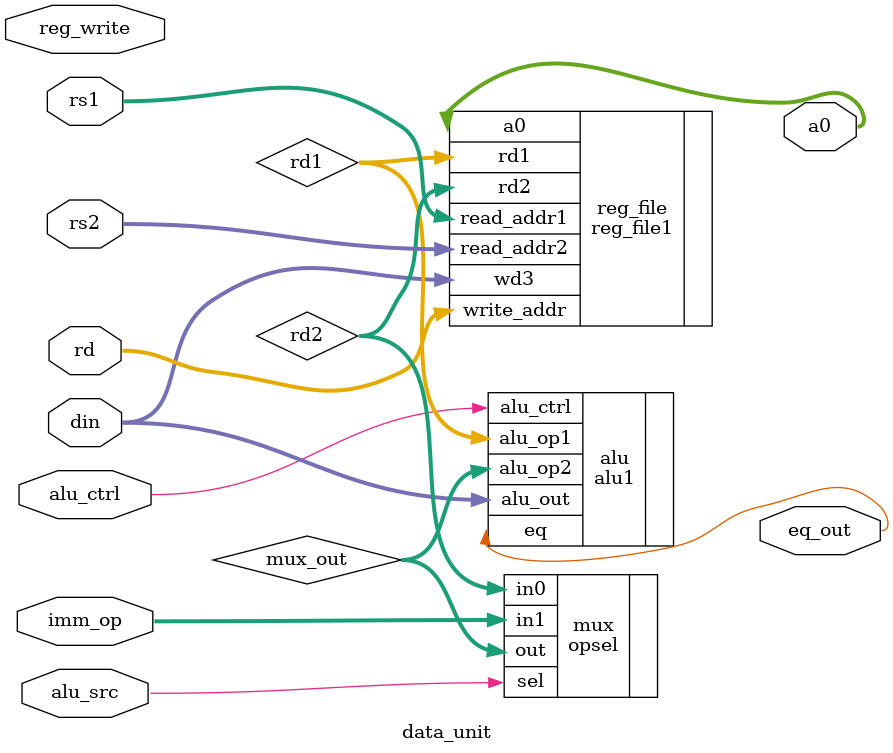
<source format=sv>
module data_unit(

    input logic [5:0] rs1,
    input logic [5:0] rs2,
    input logic [5:0] rd,
    input logic       reg_write,
    input logic [31:0] din,
    input logic [31:0] imm_op,
    input logic        alu_src,
    input logic        alu_ctrl, 


    output logic [31:0] a0,
    output logic eq_out

);

logic [31:0] mux_out;
logic [31:0] rd1;
logic [31:0] rd2;


reg_file1 reg_file(

    .read_addr1(rs1),
    .read_addr2(rs2),
    .write_addr(rd),
    .wd3(din),
    .rd1(rd1),
    .rd2(rd2),
    .a0(a0)

);

opsel mux(

    .in0(rd2),
    .in1(imm_op),
    .sel(alu_src),
    .out(mux_out)
);


alu1 alu(

    .alu_op1(rd1),
    .alu_op2(mux_out),
    .alu_ctrl(alu_ctrl),
    .alu_out(din),
    .eq(eq_out)


);


endmodule

</source>
